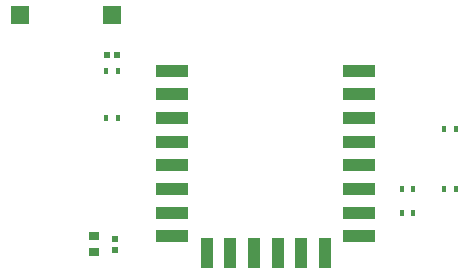
<source format=gtp>
G04 Layer_Color=8421504*
%FSTAX24Y24*%
%MOIN*%
G70*
G01*
G75*
%ADD10R,0.0591X0.0591*%
%ADD11R,0.0217X0.0201*%
%ADD12R,0.0177X0.0217*%
%ADD13R,0.1063X0.0394*%
%ADD14R,0.0394X0.0984*%
%ADD15R,0.0374X0.0295*%
%ADD16R,0.0201X0.0217*%
D10*
X027598Y042402D02*
D03*
X030669D02*
D03*
D11*
X030492Y041063D02*
D03*
X030846D02*
D03*
D12*
X030866Y040551D02*
D03*
X030472D02*
D03*
X030866Y038976D02*
D03*
X030472D02*
D03*
X040709Y035827D02*
D03*
X040315D02*
D03*
X042126Y036614D02*
D03*
X041732D02*
D03*
X040315D02*
D03*
X040709D02*
D03*
X042126Y038622D02*
D03*
X041732D02*
D03*
D13*
X038898Y040551D02*
D03*
Y039764D02*
D03*
Y038976D02*
D03*
Y038189D02*
D03*
Y037402D02*
D03*
Y036614D02*
D03*
Y035827D02*
D03*
Y035039D02*
D03*
X032677Y040551D02*
D03*
Y039764D02*
D03*
Y038976D02*
D03*
Y038189D02*
D03*
Y037402D02*
D03*
Y036614D02*
D03*
Y035827D02*
D03*
Y035039D02*
D03*
D14*
X033819Y034488D02*
D03*
X034606D02*
D03*
X035394D02*
D03*
X036181D02*
D03*
X036969D02*
D03*
X037756D02*
D03*
D15*
X030079Y03503D02*
D03*
Y034498D02*
D03*
D16*
X030748Y034941D02*
D03*
Y034587D02*
D03*
M02*

</source>
